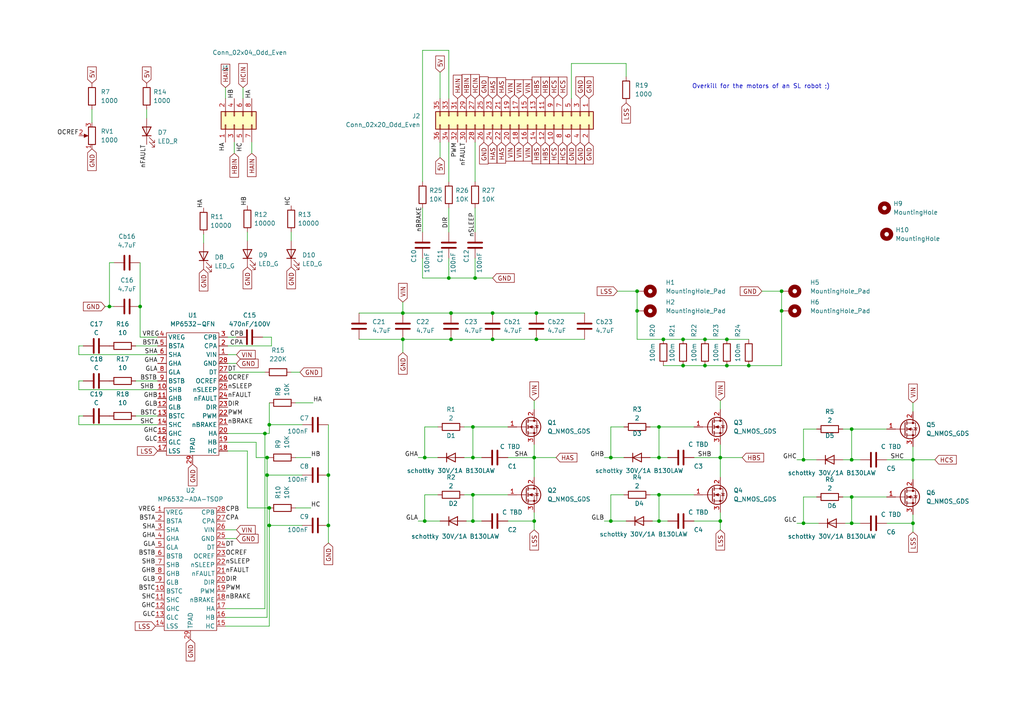
<source format=kicad_sch>
(kicad_sch (version 20250114) (generator "eeschema") (generator_version "9.0")
  (paper "A4")
  (text "Overkill for the motors of an SL robot ;)" (at 220.726 25.146 0) (effects (font (size 1.27 1.27))))
  (junction (at 191.135 143.51))
  (junction (at 137.16 132.715))
  (junction (at 208.915 151.13))
  (junction (at 204.47 98.425))
  (junction (at 233.045 133.35))
  (junction (at 226.695 84.455))
  (junction (at 184.785 90.17))
  (junction (at 154.94 151.13))
  (junction (at 78.105 123.19))
  (junction (at 210.82 106.045))
  (junction (at 130.81 90.805))
  (junction (at 155.575 98.425))
  (junction (at 210.82 98.425))
  (junction (at 155.575 90.805))
  (junction (at 137.16 151.13))
  (junction (at 137.16 143.51))
  (junction (at 137.16 123.825))
  (junction (at 76.835 125.73))
  (junction (at 177.165 132.715))
  (junction (at 31.75 88.9))
  (junction (at 217.17 106.045))
  (junction (at 77.47 137.795))
  (junction (at 116.84 98.425))
  (junction (at 154.94 132.715))
  (junction (at 247.015 151.765))
  (junction (at 191.135 132.715))
  (junction (at 264.795 133.35))
  (junction (at 142.875 90.805))
  (junction (at 226.695 90.17))
  (junction (at 191.135 123.825))
  (junction (at 191.135 151.13))
  (junction (at 198.12 106.045))
  (junction (at 40.64 88.9))
  (junction (at 123.19 151.13))
  (junction (at 184.785 84.455))
  (junction (at 198.12 98.425))
  (junction (at 77.47 132.715))
  (junction (at 177.165 151.13))
  (junction (at 204.47 106.045))
  (junction (at 247.015 144.145))
  (junction (at 130.175 80.645))
  (junction (at 130.81 98.425))
  (junction (at 247.015 124.46))
  (junction (at 247.015 133.35))
  (junction (at 123.19 132.715))
  (junction (at 192.405 98.425))
  (junction (at 208.915 132.715))
  (junction (at 137.795 80.645))
  (junction (at 116.84 90.805))
  (junction (at 95.25 152.4))
  (junction (at 233.045 151.765))
  (junction (at 95.25 137.795))
  (junction (at 264.795 151.765))
  (junction (at 78.105 147.32))
  (junction (at 142.875 98.425))
  (junction (at 78.105 152.4))
  (wire (pts (xy 77.47 137.795) (xy 77.47 179.07)))
  (wire (pts (xy 76.835 125.73) (xy 78.105 125.73)))
  (wire (pts (xy 130.175 41.275) (xy 130.175 52.705)))
  (wire (pts (xy 123.19 143.51) (xy 127 143.51)))
  (wire (pts (xy 147.32 151.13) (xy 154.94 151.13)))
  (wire (pts (xy 204.47 98.425) (xy 210.82 98.425)))
  (wire (pts (xy 181.61 151.13) (xy 177.165 151.13)))
  (wire (pts (xy 226.695 90.17) (xy 226.695 106.045)))
  (wire (pts (xy 77.47 132.715) (xy 78.105 132.715)))
  (wire (pts (xy 66.04 107.95) (xy 76.835 107.95)))
  (wire (pts (xy 198.12 98.425) (xy 204.47 98.425)))
  (wire (pts (xy 177.165 132.715) (xy 180.975 132.715)))
  (wire (pts (xy 123.19 151.13) (xy 123.19 143.51)))
  (wire (pts (xy 155.575 98.425) (xy 169.545 98.425)))
  (wire (pts (xy 165.735 18.415) (xy 181.61 18.415)))
  (wire (pts (xy 191.135 123.825) (xy 191.135 132.715)))
  (wire (pts (xy 123.19 123.825) (xy 123.19 132.715)))
  (wire (pts (xy 31.75 88.9) (xy 33.02 88.9)))
  (wire (pts (xy 220.98 84.455) (xy 226.695 84.455)))
  (wire (pts (xy 130.175 28.575) (xy 130.175 14.605)))
  (wire (pts (xy 95.25 152.4) (xy 95.25 157.48)))
  (wire (pts (xy 177.165 151.13) (xy 177.165 143.51)))
  (wire (pts (xy 154.94 132.715) (xy 161.29 132.715)))
  (wire (pts (xy 139.7 151.13) (xy 137.16 151.13)))
  (wire (pts (xy 40.64 97.79) (xy 45.72 97.79)))
  (wire (pts (xy 74.295 128.27) (xy 74.295 132.715)))
  (wire (pts (xy 201.295 151.13) (xy 208.915 151.13)))
  (wire (pts (xy 180.975 123.825) (xy 177.165 123.825)))
  (wire (pts (xy 67.945 41.275) (xy 67.945 44.45)))
  (wire (pts (xy 77.47 132.715) (xy 77.47 137.795)))
  (wire (pts (xy 22.86 120.65) (xy 24.13 120.65)))
  (wire (pts (xy 264.795 133.35) (xy 264.795 139.065)))
  (wire (pts (xy 123.19 132.715) (xy 127 132.715)))
  (wire (pts (xy 95.25 137.795) (xy 95.25 152.4)))
  (wire (pts (xy 154.94 116.205) (xy 154.94 118.745)))
  (wire (pts (xy 74.295 132.715) (xy 77.47 132.715)))
  (wire (pts (xy 76.835 125.73) (xy 76.835 176.53)))
  (wire (pts (xy 73.025 41.275) (xy 73.025 44.45)))
  (wire (pts (xy 134.62 132.715) (xy 137.16 132.715)))
  (wire (pts (xy 231.14 133.35) (xy 233.045 133.35)))
  (wire (pts (xy 154.94 132.715) (xy 154.94 138.43)))
  (wire (pts (xy 78.105 123.19) (xy 78.105 125.73)))
  (wire (pts (xy 175.26 151.13) (xy 177.165 151.13)))
  (wire (pts (xy 154.94 151.13) (xy 154.94 148.59)))
  (wire (pts (xy 192.405 98.425) (xy 198.12 98.425)))
  (wire (pts (xy 122.555 60.325) (xy 122.555 67.31)))
  (wire (pts (xy 39.37 100.33) (xy 45.72 100.33)))
  (wire (pts (xy 210.82 98.425) (xy 217.17 98.425)))
  (wire (pts (xy 247.015 144.145) (xy 257.175 144.145)))
  (wire (pts (xy 175.26 132.715) (xy 177.165 132.715)))
  (wire (pts (xy 85.725 147.32) (xy 90.17 147.32)))
  (wire (pts (xy 249.555 151.765) (xy 247.015 151.765)))
  (wire (pts (xy 78.74 100.33) (xy 78.74 97.79)))
  (wire (pts (xy 22.86 123.19) (xy 45.72 123.19)))
  (wire (pts (xy 71.755 130.81) (xy 71.755 147.32)))
  (wire (pts (xy 22.86 110.49) (xy 22.86 113.03)))
  (wire (pts (xy 24.13 100.33) (xy 22.86 100.33)))
  (wire (pts (xy 191.135 123.825) (xy 201.295 123.825)))
  (wire (pts (xy 208.915 132.715) (xy 208.915 128.905)))
  (wire (pts (xy 127 123.825) (xy 123.19 123.825)))
  (wire (pts (xy 233.045 133.35) (xy 236.855 133.35)))
  (wire (pts (xy 85.725 116.84) (xy 90.805 116.84)))
  (wire (pts (xy 137.795 80.645) (xy 142.875 80.645)))
  (wire (pts (xy 137.795 41.275) (xy 137.795 52.705)))
  (wire (pts (xy 191.135 151.13) (xy 191.135 143.51)))
  (wire (pts (xy 208.915 132.715) (xy 208.915 138.43)))
  (wire (pts (xy 65.405 25.4) (xy 65.405 28.575)))
  (wire (pts (xy 78.105 181.61) (xy 78.105 152.4)))
  (wire (pts (xy 65.405 156.21) (xy 68.58 156.21)))
  (wire (pts (xy 177.165 123.825) (xy 177.165 132.715)))
  (wire (pts (xy 127.635 151.13) (xy 123.19 151.13)))
  (wire (pts (xy 249.555 133.35) (xy 247.015 133.35)))
  (wire (pts (xy 116.84 98.425) (xy 130.81 98.425)))
  (wire (pts (xy 130.175 80.645) (xy 137.795 80.645)))
  (wire (pts (xy 236.855 124.46) (xy 233.045 124.46)))
  (wire (pts (xy 188.595 132.715) (xy 191.135 132.715)))
  (wire (pts (xy 247.015 151.765) (xy 247.015 144.145)))
  (wire (pts (xy 95.25 123.19) (xy 95.25 137.795)))
  (wire (pts (xy 22.86 120.65) (xy 22.86 123.19)))
  (wire (pts (xy 130.81 98.425) (xy 142.875 98.425)))
  (wire (pts (xy 147.32 132.715) (xy 154.94 132.715)))
  (wire (pts (xy 78.105 123.19) (xy 87.63 123.19)))
  (wire (pts (xy 247.015 124.46) (xy 257.175 124.46)))
  (wire (pts (xy 121.285 151.13) (xy 123.19 151.13)))
  (wire (pts (xy 193.675 132.715) (xy 191.135 132.715)))
  (wire (pts (xy 66.04 105.41) (xy 68.58 105.41)))
  (wire (pts (xy 40.64 88.9) (xy 40.64 97.79)))
  (wire (pts (xy 134.62 123.825) (xy 137.16 123.825)))
  (wire (pts (xy 122.555 80.645) (xy 130.175 80.645)))
  (wire (pts (xy 122.555 74.93) (xy 122.555 80.645)))
  (wire (pts (xy 40.64 76.2) (xy 40.64 88.9)))
  (wire (pts (xy 264.795 151.765) (xy 264.795 149.225)))
  (wire (pts (xy 142.875 98.425) (xy 155.575 98.425)))
  (wire (pts (xy 22.86 100.33) (xy 22.86 102.87)))
  (wire (pts (xy 264.795 133.35) (xy 264.795 129.54)))
  (wire (pts (xy 208.915 116.205) (xy 208.915 118.745)))
  (wire (pts (xy 76.835 176.53) (xy 65.405 176.53)))
  (wire (pts (xy 208.915 151.13) (xy 208.915 153.67)))
  (wire (pts (xy 104.14 90.805) (xy 116.84 90.805)))
  (wire (pts (xy 22.86 110.49) (xy 24.13 110.49)))
  (wire (pts (xy 181.61 18.415) (xy 181.61 22.225)))
  (wire (pts (xy 184.785 84.455) (xy 184.785 90.17)))
  (wire (pts (xy 188.595 123.825) (xy 191.135 123.825)))
  (wire (pts (xy 42.545 31.75) (xy 42.545 34.29)))
  (wire (pts (xy 22.86 113.03) (xy 45.72 113.03)))
  (wire (pts (xy 116.84 90.805) (xy 130.81 90.805)))
  (wire (pts (xy 77.47 137.795) (xy 87.63 137.795)))
  (wire (pts (xy 204.47 106.045) (xy 198.12 106.045)))
  (wire (pts (xy 127.635 20.955) (xy 127.635 28.575)))
  (wire (pts (xy 154.94 132.715) (xy 154.94 128.905)))
  (wire (pts (xy 31.75 88.9) (xy 31.75 76.2)))
  (wire (pts (xy 66.04 128.27) (xy 74.295 128.27)))
  (wire (pts (xy 78.105 116.84) (xy 78.105 123.19)))
  (wire (pts (xy 135.255 151.13) (xy 137.16 151.13)))
  (wire (pts (xy 155.575 90.805) (xy 169.545 90.805)))
  (wire (pts (xy 244.475 133.35) (xy 247.015 133.35)))
  (wire (pts (xy 226.695 106.045) (xy 217.17 106.045)))
  (wire (pts (xy 122.555 14.605) (xy 122.555 52.705)))
  (wire (pts (xy 116.84 87.63) (xy 116.84 90.805)))
  (wire (pts (xy 189.23 151.13) (xy 191.135 151.13)))
  (wire (pts (xy 116.84 98.425) (xy 116.84 102.235)))
  (wire (pts (xy 257.175 133.35) (xy 264.795 133.35)))
  (wire (pts (xy 31.75 76.2) (xy 33.02 76.2)))
  (wire (pts (xy 130.175 60.325) (xy 130.175 67.31)))
  (wire (pts (xy 30.48 88.9) (xy 31.75 88.9)))
  (wire (pts (xy 137.795 60.325) (xy 137.795 67.31)))
  (wire (pts (xy 121.285 132.715) (xy 123.19 132.715)))
  (wire (pts (xy 137.16 123.825) (xy 137.16 132.715)))
  (wire (pts (xy 71.755 147.32) (xy 78.105 147.32)))
  (wire (pts (xy 39.37 110.49) (xy 45.72 110.49)))
  (wire (pts (xy 84.455 107.95) (xy 86.995 107.95)))
  (wire (pts (xy 165.735 28.575) (xy 165.735 18.415)))
  (wire (pts (xy 65.405 153.67) (xy 68.58 153.67)))
  (wire (pts (xy 66.04 102.87) (xy 68.58 102.87)))
  (wire (pts (xy 137.16 143.51) (xy 147.32 143.51)))
  (wire (pts (xy 233.045 144.145) (xy 236.855 144.145)))
  (wire (pts (xy 137.16 151.13) (xy 137.16 143.51)))
  (wire (pts (xy 130.81 90.805) (xy 142.875 90.805)))
  (wire (pts (xy 71.755 67.31) (xy 71.755 69.85)))
  (wire (pts (xy 231.14 151.765) (xy 233.045 151.765)))
  (wire (pts (xy 122.555 14.605) (xy 130.175 14.605)))
  (wire (pts (xy 191.135 143.51) (xy 201.295 143.51)))
  (wire (pts (xy 22.86 102.87) (xy 45.72 102.87)))
  (wire (pts (xy 244.475 124.46) (xy 247.015 124.46)))
  (wire (pts (xy 78.105 152.4) (xy 87.63 152.4)))
  (wire (pts (xy 208.915 132.715) (xy 215.265 132.715)))
  (wire (pts (xy 66.04 100.33) (xy 78.74 100.33)))
  (wire (pts (xy 247.015 124.46) (xy 247.015 133.35)))
  (wire (pts (xy 137.795 74.93) (xy 137.795 80.645)))
  (wire (pts (xy 137.16 123.825) (xy 147.32 123.825)))
  (wire (pts (xy 127.635 41.275) (xy 127.635 45.72)))
  (wire (pts (xy 78.105 152.4) (xy 78.105 147.32)))
  (wire (pts (xy 264.795 116.84) (xy 264.795 119.38)))
  (wire (pts (xy 208.915 151.13) (xy 208.915 148.59)))
  (wire (pts (xy 104.14 98.425) (xy 116.84 98.425)))
  (wire (pts (xy 244.475 144.145) (xy 247.015 144.145)))
  (wire (pts (xy 201.295 132.715) (xy 208.915 132.715)))
  (wire (pts (xy 70.485 25.4) (xy 70.485 28.575)))
  (wire (pts (xy 184.785 90.17) (xy 184.785 98.425)))
  (wire (pts (xy 139.7 132.715) (xy 137.16 132.715)))
  (wire (pts (xy 84.455 67.31) (xy 84.455 69.85)))
  (wire (pts (xy 66.04 130.81) (xy 71.755 130.81)))
  (wire (pts (xy 264.795 133.35) (xy 271.145 133.35)))
  (wire (pts (xy 184.785 98.425) (xy 192.405 98.425)))
  (wire (pts (xy 198.12 106.045) (xy 192.405 106.045)))
  (wire (pts (xy 26.67 31.75) (xy 26.67 35.56)))
  (wire (pts (xy 179.07 84.455) (xy 184.785 84.455)))
  (wire (pts (xy 142.875 90.805) (xy 155.575 90.805)))
  (wire (pts (xy 177.165 143.51) (xy 180.975 143.51)))
  (wire (pts (xy 134.62 143.51) (xy 137.16 143.51)))
  (wire (pts (xy 65.405 179.07) (xy 77.47 179.07)))
  (wire (pts (xy 245.11 151.765) (xy 247.015 151.765)))
  (wire (pts (xy 39.37 120.65) (xy 45.72 120.65)))
  (wire (pts (xy 130.175 74.93) (xy 130.175 80.645)))
  (wire (pts (xy 257.175 151.765) (xy 264.795 151.765)))
  (wire (pts (xy 233.045 124.46) (xy 233.045 133.35)))
  (wire (pts (xy 193.675 151.13) (xy 191.135 151.13)))
  (wire (pts (xy 85.725 132.715) (xy 90.17 132.715)))
  (wire (pts (xy 264.795 151.765) (xy 264.795 154.305)))
  (wire (pts (xy 188.595 143.51) (xy 191.135 143.51)))
  (wire (pts (xy 217.17 106.045) (xy 210.82 106.045)))
  (wire (pts (xy 78.74 97.79) (xy 76.2 97.79)))
  (wire (pts (xy 66.04 125.73) (xy 76.835 125.73)))
  (wire (pts (xy 237.49 151.765) (xy 233.045 151.765)))
  (wire (pts (xy 210.82 106.045) (xy 204.47 106.045)))
  (wire (pts (xy 66.04 97.79) (xy 68.58 97.79)))
  (wire (pts (xy 226.695 84.455) (xy 226.695 90.17)))
  (wire (pts (xy 59.055 67.945) (xy 59.055 70.485)))
  (wire (pts (xy 65.405 181.61) (xy 78.105 181.61)))
  (wire (pts (xy 233.045 151.765) (xy 233.045 144.145)))
  (wire (pts (xy 154.94 151.13) (xy 154.94 153.67)))
  (label "BSTA" (at 41.275 100.33 0))
  (label "BSTB" (at 40.64 110.49 0))
  (label "BSTA" (at 45.085 151.13 180))
  (label "OCREF" (at 22.86 39.37 180))
  (label "SHC" (at 45.085 173.99 180))
  (label "GHA" (at 121.285 132.715 180))
  (label "DIR" (at 66.04 118.11 0))
  (label "PWM" (at 66.04 120.65 0))
  (label "nBRAKE" (at 122.555 67.31 90))
  (label "SHA" (at 149.225 132.715 0))
  (label "GLA" (at 45.72 107.95 180))
  (label "nFAULT" (at 42.545 41.91 270))
  (label "BSTB" (at 45.085 161.29 180))
  (label "VREG" (at 45.085 148.59 180))
  (label "GHB" (at 45.085 166.37 180))
  (label "nFAULT" (at 65.405 166.37 0))
  (label "GLB" (at 45.72 118.11 180))
  (label "nSLEEP" (at 137.795 61.595 270))
  (label "GHB" (at 45.72 115.57 180))
  (label "HA" (at 59.055 60.325 90))
  (label "nSLEEP" (at 66.04 113.03 0))
  (label "nBRAKE" (at 65.405 173.99 0))
  (label "SHA" (at 45.085 153.67 180))
  (label "DIR" (at 130.175 62.865 270))
  (label "GLB" (at 175.26 151.13 180))
  (label "SHC" (at 40.64 123.19 0))
  (label "HC" (at 84.455 59.69 90))
  (label "SHB" (at 40.64 113.03 0))
  (label "HA" (at 73.025 28.575 90))
  (label "PWM" (at 132.715 41.275 270))
  (label "CPB" (at 65.405 148.59 0))
  (label "CPA" (at 65.405 151.13 0))
  (label "GHC" (at 231.14 133.35 180))
  (label "OCREF" (at 66.04 110.49 0))
  (label "GLC" (at 45.085 179.07 180))
  (label "HA" (at 65.405 41.275 270))
  (label "SHC" (at 262.255 133.35 180))
  (label "DT" (at 66.04 107.95 0))
  (label "GLC" (at 231.14 151.765 180))
  (label "nBRAKE" (at 66.04 123.19 0))
  (label "GHC" (at 45.72 125.73 180))
  (label "DIR" (at 65.405 168.91 0))
  (label "nFAULT" (at 66.04 115.57 0))
  (label "PWM" (at 65.405 171.45 0))
  (label "HA" (at 90.805 116.84 0))
  (label "SHB" (at 206.375 132.715 180))
  (label "DT" (at 65.405 158.75 0))
  (label "VREG" (at 41.275 97.79 0))
  (label "HB" (at 71.755 59.69 90))
  (label "BSTC" (at 45.085 171.45 180))
  (label "BSTC" (at 40.64 120.65 0))
  (label "GHA" (at 45.72 105.41 180))
  (label "SHB" (at 45.085 163.83 180))
  (label "GLA" (at 45.085 158.75 180))
  (label "SHA" (at 41.91 102.87 0))
  (label "HB" (at 90.17 132.715 0))
  (label "GLB" (at 45.085 168.91 180))
  (label "HC" (at 70.485 41.275 270))
  (label "OCREF" (at 65.405 161.29 0))
  (label "GHA" (at 45.085 156.21 180))
  (label "GHC" (at 45.085 176.53 180))
  (label "HB" (at 67.945 28.575 90))
  (label "GLA" (at 121.285 151.13 180))
  (label "nFAULT" (at 135.255 41.275 270))
  (label "CPA" (at 66.675 100.33 0))
  (label "GHB" (at 175.26 132.715 180))
  (label "HC" (at 90.17 147.32 0))
  (label "nSLEEP" (at 65.405 163.83 0))
  (label "CPB" (at 66.675 97.79 0))
  (label "GLC" (at 45.72 128.27 180))
  (global_label "HBS" (shape input) (at 158.115 28.575 90) (property "Intersheetrefs" "${INTERSHEET_REFS}" (effects (hide yes))) (property "Références Inter-Feuilles" "${INTERSHEET_REFS}" (effects (hide yes))))
  (global_label "HCS" (shape input) (at 160.655 41.275 270) (property "Intersheetrefs" "${INTERSHEET_REFS}" (effects (hide yes))) (property "Références Inter-Feuilles" "${INTERSHEET_REFS}" (effects (hide yes))))
  (global_label "HAS" (shape input) (at 145.415 28.575 90) (property "Intersheetrefs" "${INTERSHEET_REFS}" (effects (hide yes))) (property "Références Inter-Feuilles" "${INTERSHEET_REFS}" (effects (hide yes))))
  (global_label "HAIN" (shape input) (at 65.405 25.4 90) (property "Intersheetrefs" "${INTERSHEET_REFS}" (effects (hide yes))) (property "Références Inter-Feuilles" "${INTERSHEET_REFS}" (effects (hide yes))))
  (global_label "HBS" (shape input) (at 155.575 28.575 90) (property "Intersheetrefs" "${INTERSHEET_REFS}" (effects (hide yes))) (property "Références Inter-Feuilles" "${INTERSHEET_REFS}" (effects (hide yes))))
  (global_label "GND" (shape input) (at 170.815 41.275 270) (property "Intersheetrefs" "${INTERSHEET_REFS}" (effects (hide yes))) (property "Références Inter-Feuilles" "${INTERSHEET_REFS}" (effects (hide yes))))
  (global_label "LSS" (shape input) (at 208.915 153.67 270) (property "Intersheetrefs" "${INTERSHEET_REFS}" (effects (hide yes))) (property "Références Inter-Feuilles" "${INTERSHEET_REFS}" (effects (hide yes))))
  (global_label "GND" (shape input) (at 68.58 105.41 0) (property "Intersheetrefs" "${INTERSHEET_REFS}" (effects (hide yes))) (property "Références Inter-Feuilles" "${INTERSHEET_REFS}" (effects (hide yes))))
  (global_label "HBS" (shape input) (at 215.265 132.715 0) (property "Intersheetrefs" "${INTERSHEET_REFS}" (effects (hide yes))) (property "Références Inter-Feuilles" "${INTERSHEET_REFS}" (effects (hide yes))))
  (global_label "VIN" (shape input) (at 264.795 116.84 90) (property "Intersheetrefs" "${INTERSHEET_REFS}" (effects (hide yes))) (property "Références Inter-Feuilles" "${INTERSHEET_REFS}" (effects (hide yes))))
  (global_label "GND" (shape input) (at 59.055 78.105 270) (property "Intersheetrefs" "${INTERSHEET_REFS}" (effects (hide yes))) (property "Références Inter-Feuilles" "${INTERSHEET_REFS}" (effects (hide yes))))
  (global_label "GND" (shape input) (at 86.995 107.95 0) (property "Intersheetrefs" "${INTERSHEET_REFS}" (effects (hide yes))) (property "Références Inter-Feuilles" "${INTERSHEET_REFS}" (effects (hide yes))))
  (global_label "VIN" (shape input) (at 68.58 153.67 0) (property "Intersheetrefs" "${INTERSHEET_REFS}" (effects (hide yes))) (property "Références Inter-Feuilles" "${INTERSHEET_REFS}" (effects (hide yes))))
  (global_label "GND" (shape input) (at 142.875 80.645 0) (property "Intersheetrefs" "${INTERSHEET_REFS}" (effects (hide yes))) (property "Références Inter-Feuilles" "${INTERSHEET_REFS}" (effects (hide yes))))
  (global_label "GND" (shape input) (at 168.275 28.575 90) (property "Intersheetrefs" "${INTERSHEET_REFS}" (effects (hide yes))) (property "Références Inter-Feuilles" "${INTERSHEET_REFS}" (effects (hide yes))))
  (global_label "VIN" (shape input) (at 68.58 102.87 0) (property "Intersheetrefs" "${INTERSHEET_REFS}" (effects (hide yes))) (property "Références Inter-Feuilles" "${INTERSHEET_REFS}" (effects (hide yes))))
  (global_label "VIN" (shape input) (at 116.84 87.63 90) (property "Intersheetrefs" "${INTERSHEET_REFS}" (effects (hide yes))) (property "Références Inter-Feuilles" "${INTERSHEET_REFS}" (effects (hide yes))))
  (global_label "VIN" (shape input) (at 154.94 116.205 90) (property "Intersheetrefs" "${INTERSHEET_REFS}" (effects (hide yes))) (property "Références Inter-Feuilles" "${INTERSHEET_REFS}" (effects (hide yes))))
  (global_label "HAIN" (shape input) (at 132.715 28.575 90) (property "Intersheetrefs" "${INTERSHEET_REFS}" (effects (hide yes))) (property "Références Inter-Feuilles" "${INTERSHEET_REFS}" (effects (hide yes))))
  (global_label "HCIN" (shape input) (at 70.485 25.4 90) (property "Intersheetrefs" "${INTERSHEET_REFS}" (effects (hide yes))) (property "Références Inter-Feuilles" "${INTERSHEET_REFS}" (effects (hide yes))))
  (global_label "HAS" (shape input) (at 142.875 28.575 90) (property "Intersheetrefs" "${INTERSHEET_REFS}" (effects (hide yes))) (property "Références Inter-Feuilles" "${INTERSHEET_REFS}" (effects (hide yes))))
  (global_label "VIN" (shape input) (at 147.955 41.275 270) (property "Intersheetrefs" "${INTERSHEET_REFS}" (effects (hide yes))) (property "Références Inter-Feuilles" "${INTERSHEET_REFS}" (effects (hide yes))))
  (global_label "LSS" (shape input) (at 181.61 29.845 270) (property "Intersheetrefs" "${INTERSHEET_REFS}" (effects (hide yes))) (property "Références Inter-Feuilles" "${INTERSHEET_REFS}" (effects (hide yes))))
  (global_label "HCIN" (shape input) (at 137.795 28.575 90) (property "Intersheetrefs" "${INTERSHEET_REFS}" (effects (hide yes))) (property "Références Inter-Feuilles" "${INTERSHEET_REFS}" (effects (hide yes))))
  (global_label "GND" (shape input) (at 116.84 102.235 270) (property "Intersheetrefs" "${INTERSHEET_REFS}" (effects (hide yes))) (property "Références Inter-Feuilles" "${INTERSHEET_REFS}" (effects (hide yes))))
  (global_label "GND" (shape input) (at 140.335 41.275 270) (property "Intersheetrefs" "${INTERSHEET_REFS}" (effects (hide yes))) (property "Références Inter-Feuilles" "${INTERSHEET_REFS}" (effects (hide yes))))
  (global_label "HAS" (shape input) (at 145.415 41.275 270) (property "Intersheetrefs" "${INTERSHEET_REFS}" (effects (hide yes))) (property "Références Inter-Feuilles" "${INTERSHEET_REFS}" (effects (hide yes))))
  (global_label "5V" (shape input) (at 127.635 45.72 270) (property "Intersheetrefs" "${INTERSHEET_REFS}" (effects (hide yes))) (property "Références Inter-Feuilles" "${INTERSHEET_REFS}" (effects (hide yes))))
  (global_label "GND" (shape input) (at 71.755 77.47 270) (property "Intersheetrefs" "${INTERSHEET_REFS}" (effects (hide yes))) (property "Références Inter-Feuilles" "${INTERSHEET_REFS}" (effects (hide yes))))
  (global_label "VIN" (shape input) (at 153.035 28.575 90) (property "Intersheetrefs" "${INTERSHEET_REFS}" (effects (hide yes))) (property "Références Inter-Feuilles" "${INTERSHEET_REFS}" (effects (hide yes))))
  (global_label "5V" (shape input) (at 127.635 20.955 90) (property "Intersheetrefs" "${INTERSHEET_REFS}" (effects (hide yes))) (property "Références Inter-Feuilles" "${INTERSHEET_REFS}" (effects (hide yes))))
  (global_label "GND" (shape input) (at 68.58 156.21 0) (property "Intersheetrefs" "${INTERSHEET_REFS}" (effects (hide yes))) (property "Références Inter-Feuilles" "${INTERSHEET_REFS}" (effects (hide yes))))
  (global_label "HAS" (shape input) (at 142.875 41.275 270) (property "Intersheetrefs" "${INTERSHEET_REFS}" (effects (hide yes))) (property "Références Inter-Feuilles" "${INTERSHEET_REFS}" (effects (hide yes))))
  (global_label "LSS" (shape input) (at 179.07 84.455 180) (property "Intersheetrefs" "${INTERSHEET_REFS}" (effects (hide yes))) (property "Références Inter-Feuilles" "${INTERSHEET_REFS}" (effects (hide yes))))
  (global_label "GND" (shape input) (at 26.67 43.18 270) (property "Intersheetrefs" "${INTERSHEET_REFS}" (effects (hide yes))) (property "Références Inter-Feuilles" "${INTERSHEET_REFS}" (effects (hide yes))))
  (global_label "VIN" (shape input) (at 147.955 28.575 90) (property "Intersheetrefs" "${INTERSHEET_REFS}" (effects (hide yes))) (property "Références Inter-Feuilles" "${INTERSHEET_REFS}" (effects (hide yes))))
  (global_label "5V" (shape input) (at 42.545 24.13 90) (property "Intersheetrefs" "${INTERSHEET_REFS}" (effects (hide yes))) (property "Références Inter-Feuilles" "${INTERSHEET_REFS}" (effects (hide yes))))
  (global_label "HBS" (shape input) (at 158.115 41.275 270) (property "Intersheetrefs" "${INTERSHEET_REFS}" (effects (hide yes))) (property "Références Inter-Feuilles" "${INTERSHEET_REFS}" (effects (hide yes))))
  (global_label "LSS" (shape input) (at 264.795 154.305 270) (property "Intersheetrefs" "${INTERSHEET_REFS}" (effects (hide yes))) (property "Références Inter-Feuilles" "${INTERSHEET_REFS}" (effects (hide yes))))
  (global_label "5V" (shape input) (at 26.67 24.13 90) (property "Intersheetrefs" "${INTERSHEET_REFS}" (effects (hide yes))) (property "Références Inter-Feuilles" "${INTERSHEET_REFS}" (effects (hide yes))))
  (global_label "HCS" (shape input) (at 271.145 133.35 0) (property "Intersheetrefs" "${INTERSHEET_REFS}" (effects (hide yes))) (property "Références Inter-Feuilles" "${INTERSHEET_REFS}" (effects (hide yes))))
  (global_label "HBS" (shape input) (at 155.575 41.275 270) (property "Intersheetrefs" "${INTERSHEET_REFS}" (effects (hide yes))) (property "Références Inter-Feuilles" "${INTERSHEET_REFS}" (effects (hide yes))))
  (global_label "GND" (shape input) (at 165.735 41.275 270) (property "Intersheetrefs" "${INTERSHEET_REFS}" (effects (hide yes))) (property "Références Inter-Feuilles" "${INTERSHEET_REFS}" (effects (hide yes))))
  (global_label "GND" (shape input) (at 30.48 88.9 180) (property "Intersheetrefs" "${INTERSHEET_REFS}" (effects (hide yes))) (property "Références Inter-Feuilles" "${INTERSHEET_REFS}" (effects (hide yes))))
  (global_label "VIN" (shape input) (at 150.495 28.575 90) (property "Intersheetrefs" "${INTERSHEET_REFS}" (effects (hide yes))) (property "Références Inter-Feuilles" "${INTERSHEET_REFS}" (effects (hide yes))))
  (global_label "GND" (shape input) (at 55.88 134.62 270) (property "Intersheetrefs" "${INTERSHEET_REFS}" (effects (hide yes))) (property "Références Inter-Feuilles" "${INTERSHEET_REFS}" (effects (hide yes))))
  (global_label "HAS" (shape input) (at 161.29 132.715 0) (property "Intersheetrefs" "${INTERSHEET_REFS}" (effects (hide yes))) (property "Références Inter-Feuilles" "${INTERSHEET_REFS}" (effects (hide yes))))
  (global_label "LSS" (shape input) (at 45.085 181.61 180) (property "Intersheetrefs" "${INTERSHEET_REFS}" (effects (hide yes))) (property "Références Inter-Feuilles" "${INTERSHEET_REFS}" (effects (hide yes))))
  (global_label "VIN" (shape input) (at 208.915 116.205 90) (property "Intersheetrefs" "${INTERSHEET_REFS}" (effects (hide yes))) (property "Références Inter-Feuilles" "${INTERSHEET_REFS}" (effects (hide yes))))
  (global_label "HBIN" (shape input) (at 67.945 44.45 270) (property "Intersheetrefs" "${INTERSHEET_REFS}" (effects (hide yes))) (property "Références Inter-Feuilles" "${INTERSHEET_REFS}" (effects (hide yes))))
  (global_label "HCS" (shape input) (at 160.655 28.575 90) (property "Intersheetrefs" "${INTERSHEET_REFS}" (effects (hide yes))) (property "Références Inter-Feuilles" "${INTERSHEET_REFS}" (effects (hide yes))))
  (global_label "LSS" (shape input) (at 154.94 153.67 270) (property "Intersheetrefs" "${INTERSHEET_REFS}" (effects (hide yes))) (property "Références Inter-Feuilles" "${INTERSHEET_REFS}" (effects (hide yes))))
  (global_label "LSS" (shape input) (at 45.72 130.81 180) (property "Intersheetrefs" "${INTERSHEET_REFS}" (effects (hide yes))) (property "Références Inter-Feuilles" "${INTERSHEET_REFS}" (effects (hide yes))))
  (global_label "GND" (shape input) (at 95.25 157.48 270) (property "Intersheetrefs" "${INTERSHEET_REFS}" (effects (hide yes))) (property "Références Inter-Feuilles" "${INTERSHEET_REFS}" (effects (hide yes))))
  (global_label "GND" (shape input) (at 55.245 185.42 270) (property "Intersheetrefs" "${INTERSHEET_REFS}" (effects (hide yes))) (property "Références Inter-Feuilles" "${INTERSHEET_REFS}" (effects (hide yes))))
  (global_label "GND" (shape input) (at 84.455 77.47 270) (property "Intersheetrefs" "${INTERSHEET_REFS}" (effects (hide yes))) (property "Références Inter-Feuilles" "${INTERSHEET_REFS}" (effects (hide yes))))
  (global_label "GND" (shape input) (at 140.335 28.575 90) (property "Intersheetrefs" "${INTERSHEET_REFS}" (effects (hide yes))) (property "Références Inter-Feuilles" "${INTERSHEET_REFS}" (effects (hide yes))))
  (global_label "VIN" (shape input) (at 150.495 41.275 270) (property "Intersheetrefs" "${INTERSHEET_REFS}" (effects (hide yes))) (property "Références Inter-Feuilles" "${INTERSHEET_REFS}" (effects (hide yes))))
  (global_label "HCS" (shape input) (at 163.195 28.575 90) (property "Intersheetrefs" "${INTERSHEET_REFS}" (effects (hide yes))) (property "Références Inter-Feuilles" "${INTERSHEET_REFS}" (effects (hide yes))))
  (global_label "HCS" (shape input) (at 163.195 41.275 270) (property "Intersheetrefs" "${INTERSHEET_REFS}" (effects (hide yes))) (property "Références Inter-Feuilles" "${INTERSHEET_REFS}" (effects (hide yes))))
  (global_label "HBIN" (shape input) (at 135.255 28.575 90) (property "Intersheetrefs" "${INTERSHEET_REFS}" (effects (hide yes))) (property "Références Inter-Feuilles" "${INTERSHEET_REFS}" (effects (hide yes))))
  (global_label "GND" (shape input) (at 220.98 84.455 180) (property "Intersheetrefs" "${INTERSHEET_REFS}" (effects (hide yes))) (property "Références Inter-Feuilles" "${INTERSHEET_REFS}" (effects (hide yes))))
  (global_label "GND" (shape input) (at 170.815 28.575 90) (property "Intersheetrefs" "${INTERSHEET_REFS}" (effects (hide yes))) (property "Références Inter-Feuilles" "${INTERSHEET_REFS}" (effects (hide yes))))
  (global_label "VIN" (shape input) (at 153.035 41.275 270) (property "Intersheetrefs" "${INTERSHEET_REFS}" (effects (hide yes))) (property "Références Inter-Feuilles" "${INTERSHEET_REFS}" (effects (hide yes))))
  (global_label "GND" (shape input) (at 168.275 41.275 270) (property "Intersheetrefs" "${INTERSHEET_REFS}" (effects (hide yes))) (property "Références Inter-Feuilles" "${INTERSHEET_REFS}" (effects (hide yes))))
  (global_label "HAIN" (shape input) (at 73.025 44.45 270) (property "Intersheetrefs" "${INTERSHEET_REFS}" (effects (hide yes))) (property "Références Inter-Feuilles" "${INTERSHEET_REFS}" (effects (hide yes))))
  (symbol (lib_id "Device:R") (at 130.81 143.51 90) (unit 1)
    (property "Reference" "R2" (at 130.81 138.43 90))
    (property "Value" "2" (at 130.81 140.97 90))
    (property "Footprint" "Resistor_SMD:R_1210_3225Metric" (effects (hide yes)))
  )
  (symbol (lib_id "Device:C") (at 72.39 97.79 90) (unit 1)
    (property "Reference" "C15" (at 72.39 91.44 90))
    (property "Value" "470nF/100V" (at 72.39 93.98 90))
    (property "Footprint" "Capacitor_SMD:C_0805_2012Metric" (effects (hide yes)))
  )
  (symbol (lib_name "MP6532_1") (lib_id "Local:MP6532") (at 55.245 165.1 0) (unit 1)
    (property "Reference" "U2" (at 55.245 142.24 0))
    (property "Value" "MP6532-ADA-TSOP" (at 55.245 144.78 0))
    (property "Footprint" "Library:28-pin-deca" (effects (hide yes)))
  )
  (symbol (lib_id "Device:R") (at 184.785 123.825 90) (unit 1)
    (property "Reference" "R3" (at 184.785 118.745 90))
    (property "Value" "2" (at 184.785 121.285 90))
    (property "Footprint" "Resistor_SMD:R_1210_3225Metric" (effects (hide yes)))
  )
  (symbol (lib_id "Device:C") (at 27.94 120.65 90) (unit 1)
    (property "Reference" "C19" (at 27.94 114.3 90))
    (property "Value" "C" (at 27.94 116.84 90))
    (property "Footprint" "Capacitor_SMD:C_0603_1608Metric" (effects (hide yes)))
  )
  (symbol (lib_id "Device:Q_NMOS_GDS") (at 206.375 143.51 0) (unit 1)
    (property "Reference" "Q4" (at 212.725 142.2399 0) (effects (justify left)))
    (property "Value" "Q_NMOS_GDS" (at 212.725 144.7799 0) (effects (justify left)))
    (property "Footprint" "Package_TO_SOT_SMD:TO-252-2" (effects (hide yes)))
  )
  (symbol (lib_id "Device:C") (at 27.94 100.33 90) (unit 1)
    (property "Reference" "C17" (at 27.94 93.98 90))
    (property "Value" "C" (at 27.94 96.52 90))
    (property "Footprint" "Capacitor_SMD:C_0603_1608Metric" (effects (hide yes)))
  )
  (symbol (lib_id "Device:Q_NMOS_GDS") (at 262.255 144.145 0) (unit 1)
    (property "Reference" "Q6" (at 268.605 142.8749 0) (effects (justify left)))
    (property "Value" "Q_NMOS_GDS" (at 268.605 145.4149 0) (effects (justify left)))
    (property "Footprint" "Package_TO_SOT_SMD:TO-252-2" (effects (hide yes)))
  )
  (symbol (lib_id "Device:C") (at 142.875 94.615 0) (unit 1)
    (property "Reference" "Cb21" (at 146.05 93.3449 0) (effects (justify left)))
    (property "Value" "4.7uF" (at 146.05 95.8849 0) (effects (justify left)))
    (property "Footprint" "Capacitor_SMD:C_1210_3225Metric" (effects (hide yes)))
  )
  (symbol (lib_id "Device:C") (at 130.81 94.615 0) (unit 1)
    (property "Reference" "C23" (at 134.62 93.3449 0) (effects (justify left)))
    (property "Value" "4.7uF" (at 134.62 95.8849 0) (effects (justify left)))
    (property "Footprint" "Capacitor_SMD:C_1210_3225Metric" (effects (hide yes)))
  )
  (symbol (lib_id "Device:R") (at 81.915 116.84 270) (unit 1)
    (property "Reference" "R8" (at 80.6449 114.935 0) (effects (justify right)))
    (property "Value" "10K" (at 83.1849 114.935 0) (effects (justify right)))
    (property "Footprint" "Resistor_SMD:R_0603_1608Metric" (effects (hide yes)))
  )
  (symbol (lib_id "Device:R") (at 35.56 100.33 90) (unit 1)
    (property "Reference" "R16" (at 35.56 93.98 90))
    (property "Value" "10" (at 35.56 96.52 90))
    (property "Footprint" "Resistor_SMD:R_0603_1608Metric" (effects (hide yes)))
  )
  (symbol (lib_id "Device:R") (at 122.555 56.515 0) (unit 1)
    (property "Reference" "R25" (at 124.46 55.2449 0) (effects (justify left)))
    (property "Value" "10K" (at 124.46 57.7849 0) (effects (justify left)))
    (property "Footprint" "Resistor_SMD:R_0603_1608Metric" (effects (hide yes)))
  )
  (symbol (lib_id "Device:R") (at 130.81 123.825 90) (unit 1)
    (property "Reference" "R1" (at 130.81 118.745 90))
    (property "Value" "2" (at 130.81 121.285 90))
    (property "Footprint" "Resistor_SMD:R_1210_3225Metric" (effects (hide yes)))
  )
  (symbol (lib_id "Device:R") (at 42.545 27.94 180) (unit 1)
    (property "Reference" "R14" (at 44.45 26.6699 0) (effects (justify right)))
    (property "Value" "1000" (at 44.45 29.2099 0) (effects (justify right)))
    (property "Footprint" "Resistor_SMD:R_0603_1608Metric" (effects (hide yes)))
  )
  (symbol (lib_id "Device:LED") (at 42.545 38.1 90) (unit 1)
    (property "Reference" "D7" (at 45.72 38.4174 90) (effects (justify right)))
    (property "Value" "LED_R" (at 45.72 40.9574 90) (effects (justify right)))
    (property "Footprint" "LED_SMD:LED_0805_2012Metric" (effects (hide yes)))
    (property "Datasheet" "C2295" (effects (hide yes)))
  )
  (symbol (lib_id "Device:C") (at 143.51 132.715 270) (unit 1) (in_bom no)
    (property "Reference" "C1" (at 148.59 135.255 90))
    (property "Value" "C TBD" (at 147.955 129.54 90))
    (property "Footprint" "Capacitor_SMD:C_0603_1608Metric" (effects (hide yes)))
  )
  (symbol (lib_id "Device:D") (at 185.42 151.13 0) (unit 1)
    (property "Reference" "D4" (at 185.42 146.05 0))
    (property "Value" "schottky 30V/1A B130LAW" (at 186.69 154.94 0))
    (property "Footprint" "Diode_SMD:D_SOD-123" (effects (hide yes)))
  )
  (symbol (lib_id "Device:D") (at 184.785 132.715 0) (unit 1)
    (property "Reference" "D3" (at 184.785 125.73 0))
    (property "Value" "schottky 30V/1A B130LAW" (at 185.42 136.525 0))
    (property "Footprint" "Diode_SMD:D_SOD-123" (effects (hide yes)))
  )
  (symbol (lib_id "Mechanical:MountingHole") (at 257.175 67.945 0) (unit 1)
    (property "Reference" "H10" (at 259.715 66.6749 0) (effects (justify left)))
    (property "Value" "MountingHole" (at 259.715 69.2149 0) (effects (justify left)))
    (property "Footprint" "MountingHole:MountingHole_3.2mm_M3_DIN965" (effects (hide yes)))
  )
  (symbol (lib_id "Device:C") (at 155.575 94.615 0) (unit 1)
    (property "Reference" "Cb22" (at 158.75 93.3449 0) (effects (justify left)))
    (property "Value" "4.7uF" (at 158.75 95.8849 0) (effects (justify left)))
    (property "Footprint" "Capacitor_SMD:C_1210_3225Metric" (effects (hide yes)))
  )
  (symbol (lib_id "Device:R_Potentiometer") (at 26.67 39.37 180) (unit 1)
    (property "Reference" "RV1" (at 29.21 38.0999 0) (effects (justify right)))
    (property "Value" "1000" (at 29.21 40.6399 0) (effects (justify right)))
    (property "Footprint" "Potentiometer_THT:Potentiometer_Bourns_3296P_Horizontal" (effects (hide yes)))
  )
  (symbol (lib_id "Device:C") (at 137.795 71.12 180) (unit 1)
    (property "Reference" "C12" (at 135.255 74.295 90))
    (property "Value" "100nF" (at 139.065 76.2 90))
    (property "Footprint" "Capacitor_SMD:C_0603_1608Metric" (effects (hide yes)))
  )
  (symbol (lib_id "Mechanical:MountingHole_Pad") (at 229.235 84.455 270) (unit 1)
    (property "Reference" "H5" (at 234.95 81.915 90) (effects (justify left)))
    (property "Value" "MountingHole_Pad" (at 234.95 84.455 90) (effects (justify left)))
    (property "Footprint" "Connector_Pin:Pin_D1.2mm_L10.2mm_W2.9mm_FlatFork" (effects (hide yes)))
  )
  (symbol (lib_id "Device:Q_NMOS_GDS") (at 262.255 124.46 0) (unit 1)
    (property "Reference" "Q5" (at 268.605 123.1899 0) (effects (justify left)))
    (property "Value" "Q_NMOS_GDS" (at 268.605 125.7299 0) (effects (justify left)))
    (property "Footprint" "Package_TO_SOT_SMD:TO-252-2" (effects (hide yes)))
  )
  (symbol (lib_id "Device:LED") (at 71.755 73.66 90) (unit 1)
    (property "Reference" "D9" (at 74.93 73.9774 90) (effects (justify right)))
    (property "Value" "LED_G" (at 74.93 76.5174 90) (effects (justify right)))
    (property "Footprint" "LED_SMD:LED_0805_2012Metric" (effects (hide yes)))
    (property "Datasheet" "C2295" (effects (hide yes)))
  )
  (symbol (lib_id "Device:R") (at 35.56 120.65 90) (unit 1)
    (property "Reference" "R18" (at 35.56 114.3 90))
    (property "Value" "10" (at 35.56 116.84 90))
    (property "Footprint" "Resistor_SMD:R_0603_1608Metric" (effects (hide yes)))
  )
  (symbol (lib_id "Device:R") (at 81.915 132.715 270) (unit 1)
    (property "Reference" "R9" (at 80.6449 130.175 0) (effects (justify right)))
    (property "Value" "10K" (at 83.1849 130.175 0) (effects (justify right)))
    (property "Footprint" "Resistor_SMD:R_0603_1608Metric" (effects (hide yes)))
  )
  (symbol (lib_id "Mechanical:MountingHole_Pad") (at 229.235 90.17 270) (unit 1)
    (property "Reference" "H6" (at 234.95 87.63 90) (effects (justify left)))
    (property "Value" "MountingHole_Pad" (at 234.95 90.17 90) (effects (justify left)))
    (property "Footprint" "Connector_Pin:Pin_D1.2mm_L10.2mm_W2.9mm_FlatFork" (effects (hide yes)))
  )
  (symbol (lib_id "Local:MP6532-QFN") (at 55.88 114.3 0) (unit 1)
    (property "Reference" "U1" (at 55.88 91.44 0))
    (property "Value" "MP6532-QFN" (at 55.88 93.98 0))
    (property "Footprint" "Package_DFN_QFN:QFN-28-1EP_4x4mm_P0.4mm_EP2.6x2.6mm_ThermalVias" (effects (hide yes)))
  )
  (symbol (lib_id "Connector_Generic:Conn_02x18_Odd_Even") (at 150.495 33.655 270) (unit 1)
    (property "Reference" "J2" (at 121.92 33.6549 90) (effects (justify right)))
    (property "Value" "Conn_02x20_Odd_Even" (at 121.92 36.1949 90) (effects (justify right)))
    (property "Footprint" "Connector_PinHeader_2.54mm:PinHeader_2x18_P2.54mm_Horizontal" (effects (hide yes)))
  )
  (symbol (lib_id "Device:R") (at 210.82 102.235 180) (unit 1)
    (property "Reference" "R23" (at 207.645 95.885 90))
    (property "Value" "100m" (at 207.645 102.235 90))
    (property "Footprint" "Resistor_SMD:R_1206_3216Metric" (effects (hide yes)))
  )
  (symbol (lib_id "Connector_Generic:Conn_02x04_Odd_Even") (at 67.945 36.195 90) (unit 1)
    (property "Reference" "J1" (at 64.135 19.685 90) (effects (justify right)))
    (property "Value" "Conn_02x04_Odd_Even" (at 61.595 15.24 90) (effects (justify right)))
    (property "Footprint" "Connector_PinHeader_2.54mm:PinHeader_2x04_P2.54mm_Horizontal" (effects (hide yes)))
  )
  (symbol (lib_id "Device:R") (at 71.755 63.5 180) (unit 1)
    (property "Reference" "R12" (at 73.66 62.2299 0) (effects (justify right)))
    (property "Value" "10000" (at 73.66 64.7699 0) (effects (justify right)))
    (property "Footprint" "Resistor_SMD:R_0603_1608Metric" (effects (hide yes)))
  )
  (symbol (lib_id "Device:C") (at 197.485 132.715 270) (unit 1) (in_bom no)
    (property "Reference" "C3" (at 202.565 135.255 90))
    (property "Value" "C TBD" (at 202.565 128.905 90))
    (property "Footprint" "Capacitor_SMD:C_0603_1608Metric" (effects (hide yes)))
  )
  (symbol (lib_id "Device:C") (at 36.83 76.2 270) (unit 1)
    (property "Reference" "Cb16" (at 36.83 68.58 90))
    (property "Value" "4.7uF" (at 36.83 71.12 90))
    (property "Footprint" "Capacitor_SMD:C_1210_3225Metric" (effects (hide yes)))
  )
  (symbol (lib_id "Mechanical:MountingHole") (at 256.54 60.325 0) (unit 1)
    (property "Reference" "H9" (at 259.08 59.0549 0) (effects (justify left)))
    (property "Value" "MountingHole" (at 259.08 61.5949 0) (effects (justify left)))
    (property "Footprint" "MountingHole:MountingHole_3.2mm_M3_DIN965" (effects (hide yes)))
  )
  (symbol (lib_id "Device:C") (at 91.44 152.4 90) (unit 1)
    (property "Reference" "C9" (at 88.265 149.86 90))
    (property "Value" "100nF" (at 86.36 153.67 90))
    (property "Footprint" "Capacitor_SMD:C_0603_1608Metric" (effects (hide yes)))
  )
  (symbol (lib_id "Device:C") (at 253.365 133.35 270) (unit 1) (in_bom no)
    (property "Reference" "C5" (at 258.445 135.89 90))
    (property "Value" "C TBD" (at 258.445 129.54 90))
    (property "Footprint" "Capacitor_SMD:C_0603_1608Metric" (effects (hide yes)))
  )
  (symbol (lib_id "Device:R") (at 81.915 147.32 270) (unit 1)
    (property "Reference" "R10" (at 80.6449 144.78 0) (effects (justify right)))
    (property "Value" "10K" (at 83.1849 144.78 0) (effects (justify right)))
    (property "Footprint" "Resistor_SMD:R_0603_1608Metric" (effects (hide yes)))
  )
  (symbol (lib_id "Device:R") (at 130.175 56.515 0) (unit 1)
    (property "Reference" "R26" (at 132.08 55.2449 0) (effects (justify left)))
    (property "Value" "10K" (at 132.08 57.7849 0) (effects (justify left)))
    (property "Footprint" "Resistor_SMD:R_0603_1608Metric" (effects (hide yes)))
  )
  (symbol (lib_id "Device:Q_NMOS_GDS") (at 206.375 123.825 0) (unit 1)
    (property "Reference" "Q3" (at 212.725 122.5549 0) (effects (justify left)))
    (property "Value" "Q_NMOS_GDS" (at 212.725 125.0949 0) (effects (justify left)))
    (property "Footprint" "Package_TO_SOT_SMD:TO-252-2" (effects (hide yes)))
  )
  (symbol (lib_id "Device:C") (at 91.44 123.19 90) (unit 1)
    (property "Reference" "C7" (at 88.265 121.285 90))
    (property "Value" "100nF" (at 86.36 125.095 90))
    (property "Footprint" "Capacitor_SMD:C_0603_1608Metric" (effects (hide yes)))
  )
  (symbol (lib_id "Device:R") (at 181.61 26.035 180) (unit 1)
    (property "Reference" "R19" (at 184.15 24.7649 0) (effects (justify right)))
    (property "Value" "1000" (at 184.15 27.3049 0) (effects (justify right)))
    (property "Footprint" "Resistor_SMD:R_0603_1608Metric" (effects (hide yes)))
  )
  (symbol (lib_id "Device:Q_NMOS_GDS") (at 152.4 123.825 0) (unit 1)
    (property "Reference" "Q1" (at 158.75 122.5549 0) (effects (justify left)))
    (property "Value" "Q_NMOS_GDS" (at 158.75 125.0949 0) (effects (justify left)))
    (property "Footprint" "Package_TO_SOT_SMD:TO-252-2" (effects (hide yes)))
  )
  (symbol (lib_id "Device:Q_NMOS_GDS") (at 152.4 143.51 0) (unit 1)
    (property "Reference" "Q2" (at 158.75 142.2399 0) (effects (justify left)))
    (property "Value" "Q_NMOS_GDS" (at 158.75 144.7799 0) (effects (justify left)))
    (property "Footprint" "Package_TO_SOT_SMD:TO-252-2" (effects (hide yes)))
  )
  (symbol (lib_id "Mechanical:MountingHole_Pad") (at 187.325 84.455 270) (unit 1)
    (property "Reference" "H1" (at 193.04 81.915 90) (effects (justify left)))
    (property "Value" "MountingHole_Pad" (at 193.04 84.455 90) (effects (justify left)))
    (property "Footprint" "Connector_Pin:Pin_D1.2mm_L10.2mm_W2.9mm_FlatFork" (effects (hide yes)))
  )
  (symbol (lib_id "Device:C") (at 104.14 94.615 0) (unit 1)
    (property "Reference" "C21" (at 107.95 93.3449 0) (effects (justify left)))
    (property "Value" "4.7uF" (at 107.95 95.8849 0) (effects (justify left)))
    (property "Footprint" "Capacitor_SMD:C_1210_3225Metric" (effects (hide yes)))
  )
  (symbol (lib_id "Device:LED") (at 59.055 74.295 90) (unit 1)
    (property "Reference" "D8" (at 62.23 74.6124 90) (effects (justify right)))
    (property "Value" "LED_G" (at 62.23 77.1524 90) (effects (justify right)))
    (property "Footprint" "LED_SMD:LED_0805_2012Metric" (effects (hide yes)))
    (property "Datasheet" "C2295" (effects (hide yes)))
  )
  (symbol (lib_id "Device:R") (at 26.67 27.94 180) (unit 1)
    (property "Reference" "R7" (at 29.21 26.6699 0) (effects (justify right)))
    (property "Value" "1000" (at 29.21 29.2099 0) (effects (justify right)))
    (property "Footprint" "Resistor_SMD:R_0603_1608Metric" (effects (hide yes)))
  )
  (symbol (lib_id "Device:R") (at 59.055 64.135 180) (unit 1)
    (property "Reference" "R11" (at 60.96 62.8649 0) (effects (justify right)))
    (property "Value" "10000" (at 60.96 65.4049 0) (effects (justify right)))
    (property "Footprint" "Resistor_SMD:R_0603_1608Metric" (effects (hide yes)))
  )
  (symbol (lib_id "Device:R") (at 204.47 102.235 180) (unit 1)
    (property "Reference" "R22" (at 201.295 95.885 90))
    (property "Value" "100m" (at 201.295 102.235 90))
    (property "Footprint" "Resistor_SMD:R_1206_3216Metric" (effects (hide yes)))
  )
  (symbol (lib_id "Device:C") (at 116.84 94.615 0) (unit 1)
    (property "Reference" "C22" (at 120.65 93.3449 0) (effects (justify left)))
    (property "Value" "4.7uF" (at 120.65 95.8849 0) (effects (justify left)))
    (property "Footprint" "Capacitor_SMD:C_1210_3225Metric" (effects (hide yes)))
  )
  (symbol (lib_id "Device:C") (at 143.51 151.13 270) (unit 1) (in_bom no)
    (property "Reference" "C2" (at 148.59 153.67 90))
    (property "Value" "C TBD" (at 148.59 148.59 90))
    (property "Footprint" "Capacitor_SMD:C_0603_1608Metric" (effects (hide yes)))
  )
  (symbol (lib_id "Device:D") (at 130.81 132.715 0) (unit 1)
    (property "Reference" "D1" (at 130.81 126.365 0))
    (property "Value" "schottky 30V/1A B130LAW" (at 130.81 136.525 0))
    (property "Footprint" "Diode_SMD:D_SOD-123" (effects (hide yes)))
  )
  (symbol (lib_id "Device:R") (at 198.12 102.235 180) (unit 1)
    (property "Reference" "R21" (at 194.945 95.885 90))
    (property "Value" "100m" (at 194.945 102.235 90))
    (property "Footprint" "Resistor_SMD:R_1206_3216Metric" (effects (hide yes)))
  )
  (symbol (lib_id "Device:D") (at 131.445 151.13 0) (unit 1)
    (property "Reference" "D2" (at 131.445 146.05 0))
    (property "Value" "schottky 30V/1A B130LAW" (at 132.08 155.575 0))
    (property "Footprint" "Diode_SMD:D_SOD-123" (effects (hide yes)))
  )
  (symbol (lib_id "Device:D") (at 240.665 133.35 0) (unit 1)
    (property "Reference" "D5" (at 240.665 126.365 0))
    (property "Value" "schottky 30V/1A B130LAW" (at 241.3 137.16 0))
    (property "Footprint" "Diode_SMD:D_SOD-123" (effects (hide yes)))
  )
  (symbol (lib_id "Device:C") (at 169.545 94.615 0) (unit 1)
    (property "Reference" "Cb23" (at 172.72 93.3449 0) (effects (justify left)))
    (property "Value" "4.7uF" (at 172.72 95.8849 0) (effects (justify left)))
    (property "Footprint" "Capacitor_SMD:C_1210_3225Metric" (effects (hide yes)))
  )
  (symbol (lib_id "Device:C") (at 27.94 110.49 90) (unit 1)
    (property "Reference" "C18" (at 27.94 104.14 90))
    (property "Value" "C" (at 27.94 106.68 90))
    (property "Footprint" "Capacitor_SMD:C_0603_1608Metric" (effects (hide yes)))
  )
  (symbol (lib_id "Device:R") (at 217.17 102.235 180) (unit 1)
    (property "Reference" "R24" (at 213.995 95.885 90))
    (property "Value" "100m" (at 213.995 102.235 90))
    (property "Footprint" "Resistor_SMD:R_1206_3216Metric" (effects (hide yes)))
  )
  (symbol (lib_id "Device:R") (at 184.785 143.51 90) (unit 1)
    (property "Reference" "R4" (at 184.785 138.43 90))
    (property "Value" "2" (at 184.785 140.97 90))
    (property "Footprint" "Resistor_SMD:R_1210_3225Metric" (effects (hide yes)))
  )
  (symbol (lib_id "Device:C") (at 253.365 151.765 270) (unit 1) (in_bom no)
    (property "Reference" "C6" (at 258.445 154.305 90))
    (property "Value" "C TBD" (at 258.445 149.225 90))
    (property "Footprint" "Capacitor_SMD:C_0603_1608Metric" (effects (hide yes)))
  )
  (symbol (lib_id "Device:C") (at 91.44 137.795 90) (unit 1)
    (property "Reference" "C8" (at 88.265 135.255 90))
    (property "Value" "100nF" (at 86.36 139.065 90))
    (property "Footprint" "Capacitor_SMD:C_0603_1608Metric" (effects (hide yes)))
  )
  (symbol (lib_id "Device:R") (at 80.645 107.95 270) (unit 1)
    (property "Reference" "R15" (at 80.645 101.6 90))
    (property "Value" "220K" (at 80.645 104.14 90))
    (property "Footprint" "Resistor_SMD:R_0603_1608Metric" (effects (hide yes)))
  )
  (symbol (lib_id "Device:C") (at 122.555 71.12 180) (unit 1)
    (property "Reference" "C10" (at 120.015 74.295 90))
    (property "Value" "100nF" (at 123.825 76.2 90))
    (property "Footprint" "Capacitor_SMD:C_0603_1608Metric" (effects (hide yes)))
  )
  (symbol (lib_id "Mechanical:MountingHole_Pad") (at 187.325 90.17 270) (unit 1)
    (property "Reference" "H2" (at 193.04 87.63 90) (effects (justify left)))
    (property "Value" "MountingHole_Pad" (at 193.04 90.17 90) (effects (justify left)))
    (property "Footprint" "Connector_Pin:Pin_D1.2mm_L10.2mm_W2.9mm_FlatFork" (effects (hide yes)))
  )
  (symbol (lib_id "Device:R") (at 192.405 102.235 180) (unit 1)
    (property "Reference" "R20" (at 189.23 95.885 90))
    (property "Value" "100m" (at 189.23 102.235 90))
    (property "Footprint" "Resistor_SMD:R_1206_3216Metric" (effects (hide yes)))
  )
  (symbol (lib_id "Device:R") (at 35.56 110.49 90) (unit 1)
    (property "Reference" "R17" (at 35.56 104.14 90))
    (property "Value" "10" (at 35.56 106.68 90))
    (property "Footprint" "Resistor_SMD:R_0603_1608Metric" (effects (hide yes)))
  )
  (symbol (lib_id "Device:R") (at 240.665 124.46 90) (unit 1)
    (property "Reference" "R5" (at 240.665 119.38 90))
    (property "Value" "2" (at 240.665 121.92 90))
    (property "Footprint" "Resistor_SMD:R_1210_3225Metric" (effects (hide yes)))
  )
  (symbol (lib_id "Device:LED") (at 84.455 73.66 90) (unit 1)
    (property "Reference" "D10" (at 87.63 73.9774 90) (effects (justify right)))
    (property "Value" "LED_G" (at 87.63 76.5174 90) (effects (justify right)))
    (property "Footprint" "LED_SMD:LED_0805_2012Metric" (effects (hide yes)))
    (property "Datasheet" "C2295" (effects (hide yes)))
  )
  (symbol (lib_id "Device:C") (at 130.175 71.12 180) (unit 1)
    (property "Reference" "C11" (at 127.635 74.295 90))
    (property "Value" "100nF" (at 131.445 76.2 90))
    (property "Footprint" "Capacitor_SMD:C_0603_1608Metric" (effects (hide yes)))
  )
  (symbol (lib_id "Device:R") (at 84.455 63.5 180) (unit 1)
    (property "Reference" "R13" (at 86.36 62.2299 0) (effects (justify right)))
    (property "Value" "10000" (at 86.36 64.7699 0) (effects (justify right)))
    (property "Footprint" "Resistor_SMD:R_0603_1608Metric" (effects (hide yes)))
  )
  (symbol (lib_id "Device:C") (at 197.485 151.13 270) (unit 1) (in_bom no)
    (property "Reference" "C4" (at 202.565 153.67 90))
    (property "Value" "C TBD" (at 202.565 148.59 90))
    (property "Footprint" "Capacitor_SMD:C_0603_1608Metric" (effects (hide yes)))
  )
  (symbol (lib_id "Device:R") (at 240.665 144.145 90) (unit 1)
    (property "Reference" "R6" (at 240.665 139.065 90))
    (property "Value" "2" (at 240.665 141.605 90))
    (property "Footprint" "Resistor_SMD:R_1210_3225Metric" (effects (hide yes)))
  )
  (symbol (lib_id "Device:C") (at 36.83 88.9 270) (unit 1)
    (property "Reference" "C16" (at 36.83 81.28 90))
    (property "Value" "4.7uF" (at 36.83 83.82 90))
    (property "Footprint" "Capacitor_SMD:C_1210_3225Metric" (effects (hide yes)))
  )
  (symbol (lib_id "Device:D") (at 241.3 151.765 0) (unit 1)
    (property "Reference" "D6" (at 241.3 146.685 0))
    (property "Value" "schottky 30V/1A B130LAW" (at 241.3 155.575 0))
    (property "Footprint" "Diode_SMD:D_SOD-123" (effects (hide yes)))
  )
  (symbol (lib_id "Device:R") (at 137.795 56.515 0) (unit 1)
    (property "Reference" "R27" (at 139.7 55.2449 0) (effects (justify left)))
    (property "Value" "10K" (at 139.7 57.7849 0) (effects (justify left)))
    (property "Footprint" "Resistor_SMD:R_0603_1608Metric" (effects (hide yes)))
  )
)
</source>
